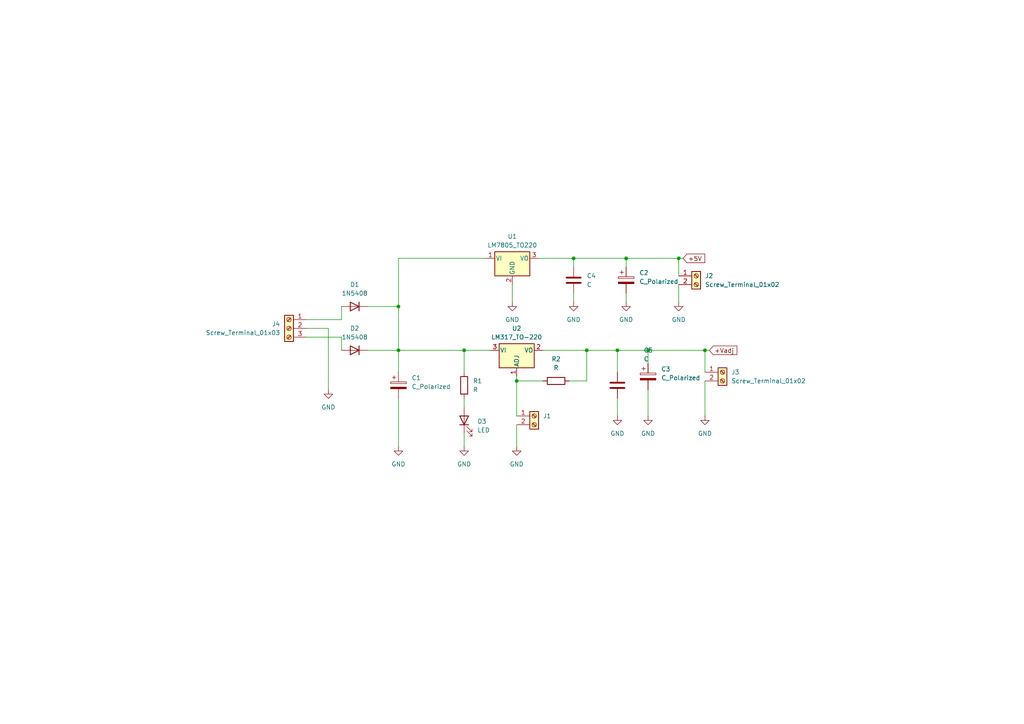
<source format=kicad_sch>
(kicad_sch (version 20231120) (generator "eeschema") (generator_version "8.0")
  (paper "A4")
  (lib_symbols
    (symbol "Connector:Screw_Terminal_01x02" (pin_names (offset 1.016) hide)
      (property "Reference" "J" (at 0 2.54 0))
      (property "Value" "Screw_Terminal_01x02" (at 0 -5.08 0))
      (symbol "Screw_Terminal_01x02_1_1"
        (rectangle (start -1.27 1.27) (end 1.27 -3.81) (stroke (width 0.254)) (fill (type background)))
        (circle (center 0 -2.54) (radius 0.635) (stroke (width 0.1524)))
        (polyline (pts (xy -0.5334 -2.2098) (xy 0.3302 -3.048)) (stroke (width 0.1524)))
        (polyline (pts (xy -0.5334 0.3302) (xy 0.3302 -0.508)) (stroke (width 0.1524)))
        (polyline (pts (xy -0.3556 -2.032) (xy 0.508 -2.8702)) (stroke (width 0.1524)))
        (polyline (pts (xy -0.3556 0.508) (xy 0.508 -0.3302)) (stroke (width 0.1524)))
        (circle (center 0 0) (radius 0.635) (stroke (width 0.1524)))
        (pin passive line (at -5.08 0 0) (length 3.81) (name "Pin_1") (number "1"))
        (pin passive line (at -5.08 -2.54 0) (length 3.81) (name "Pin_2") (number "2"))
      )
    )
    (symbol "Connector:Screw_Terminal_01x03" (pin_names (offset 1.016) hide)
      (property "Reference" "J" (at 0 5.08 0))
      (property "Value" "Screw_Terminal_01x03" (at 0 -5.08 0))
      (symbol "Screw_Terminal_01x03_1_1"
        (rectangle (start -1.27 3.81) (end 1.27 -3.81) (stroke (width 0.254)) (fill (type background)))
        (circle (center 0 -2.54) (radius 0.635) (stroke (width 0.1524)))
        (polyline (pts (xy -0.5334 -2.2098) (xy 0.3302 -3.048)) (stroke (width 0.1524)))
        (polyline (pts (xy -0.5334 0.3302) (xy 0.3302 -0.508)) (stroke (width 0.1524)))
        (polyline (pts (xy -0.5334 2.8702) (xy 0.3302 2.032)) (stroke (width 0.1524)))
        (polyline (pts (xy -0.3556 -2.032) (xy 0.508 -2.8702)) (stroke (width 0.1524)))
        (polyline (pts (xy -0.3556 0.508) (xy 0.508 -0.3302)) (stroke (width 0.1524)))
        (polyline (pts (xy -0.3556 3.048) (xy 0.508 2.2098)) (stroke (width 0.1524)))
        (circle (center 0 0) (radius 0.635) (stroke (width 0.1524)))
        (circle (center 0 2.54) (radius 0.635) (stroke (width 0.1524)))
        (pin passive line (at -5.08 2.54 0) (length 3.81) (name "Pin_1") (number "1"))
        (pin passive line (at -5.08 0 0) (length 3.81) (name "Pin_2") (number "2"))
        (pin passive line (at -5.08 -2.54 0) (length 3.81) (name "Pin_3") (number "3"))
      )
    )
    (symbol "Device:C" (pin_numbers hide) (pin_names (offset 0.254))
      (property "Reference" "C" (at 0.635 2.54 0))
      (property "Value" "C" (at 0.635 -2.54 0))
      (symbol "C_0_1"
        (polyline (pts (xy -2.032 -0.762) (xy 2.032 -0.762)) (stroke (width 0.508)))
        (polyline (pts (xy -2.032 0.762) (xy 2.032 0.762)) (stroke (width 0.508)))
      )
      (symbol "C_1_1"
        (pin passive line (at 0 3.81 270) (length 2.794) (name "~") (number "1"))
        (pin passive line (at 0 -3.81 90) (length 2.794) (name "~") (number "2"))
      )
    )
    (symbol "Device:C_Polarized" (pin_numbers hide) (pin_names (offset 0.254))
      (property "Reference" "C" (at 0.635 2.54 0))
      (property "Value" "C_Polarized" (at 0.635 -2.54 0))
      (symbol "C_Polarized_0_1"
        (rectangle (start -2.286 0.508) (end 2.286 1.016))
        (polyline (pts (xy -1.778 2.286) (xy -0.762 2.286)))
        (polyline (pts (xy -1.27 2.794) (xy -1.27 1.778)))
        (rectangle (start 2.286 -0.508) (end -2.286 -1.016) (fill (type outline)))
      )
      (symbol "C_Polarized_1_1"
        (pin passive line (at 0 3.81 270) (length 2.794) (name "~") (number "1"))
        (pin passive line (at 0 -3.81 90) (length 2.794) (name "~") (number "2"))
      )
    )
    (symbol "Device:LED" (pin_numbers hide) (pin_names (offset 1.016) hide)
      (property "Reference" "D" (at 0 2.54 0))
      (property "Value" "LED" (at 0 -2.54 0))
      (symbol "LED_0_1"
        (polyline (pts (xy -1.27 -1.27) (xy -1.27 1.27)) (stroke (width 0.254)))
        (polyline (pts (xy -1.27 0) (xy 1.27 0)))
        (polyline (pts (xy 1.27 -1.27) (xy 1.27 1.27) (xy -1.27 0) (xy 1.27 -1.27)) (stroke (width 0.254)))
        (polyline (pts (xy -3.048 -0.762) (xy -4.572 -2.286) (xy -3.81 -2.286) (xy -4.572 -2.286) (xy -4.572 -1.524)))
        (polyline (pts (xy -1.778 -0.762) (xy -3.302 -2.286) (xy -2.54 -2.286) (xy -3.302 -2.286) (xy -3.302 -1.524)))
      )
      (symbol "LED_1_1"
        (pin passive line (at -3.81 0 0) (length 2.54) (name "K") (number "1"))
        (pin passive line (at 3.81 0 180) (length 2.54) (name "A") (number "2"))
      )
    )
    (symbol "Device:R" (pin_numbers hide) (pin_names (offset 0))
      (property "Reference" "R" (at 2.032 0 90))
      (property "Value" "R" (at 0 0 90))
      (symbol "R_0_1"
        (rectangle (start -1.016 -2.54) (end 1.016 2.54) (stroke (width 0.254)))
      )
      (symbol "R_1_1"
        (pin passive line (at 0 3.81 270) (length 1.27) (name "~") (number "1"))
        (pin passive line (at 0 -3.81 90) (length 1.27) (name "~") (number "2"))
      )
    )
    (symbol "Diode:1N5408" (pin_numbers hide) (pin_names hide)
      (property "Reference" "D" (at 0 2.54 0))
      (property "Value" "1N5408" (at 0 -2.54 0))
      (symbol "1N5408_0_1"
        (polyline (pts (xy -1.27 1.27) (xy -1.27 -1.27)) (stroke (width 0.254)))
        (polyline (pts (xy 1.27 0) (xy -1.27 0)))
        (polyline (pts (xy 1.27 1.27) (xy 1.27 -1.27) (xy -1.27 0) (xy 1.27 1.27)) (stroke (width 0.254)))
      )
      (symbol "1N5408_1_1"
        (pin passive line (at -3.81 0 0) (length 2.54) (name "K") (number "1"))
        (pin passive line (at 3.81 0 180) (length 2.54) (name "A") (number "2"))
      )
    )
    (symbol "Regulator_Linear:LM317_TO-220" (pin_names (offset 0.254))
      (property "Reference" "U" (at -3.81 3.175 0))
      (property "Value" "LM317_TO-220" (at 0 3.175 0))
      (symbol "LM317_TO-220_0_1"
        (rectangle (start -5.08 1.905) (end 5.08 -5.08) (stroke (width 0.254)) (fill (type background)))
      )
      (symbol "LM317_TO-220_1_1"
        (pin input line (at 0 -7.62 90) (length 2.54) (name "ADJ") (number "1"))
        (pin power_out line (at 7.62 0 180) (length 2.54) (name "VO") (number "2"))
        (pin power_in line (at -7.62 0 0) (length 2.54) (name "VI") (number "3"))
      )
    )
    (symbol "Regulator_Linear:LM7805_TO220" (pin_names (offset 0.254))
      (property "Reference" "U" (at -3.81 3.175 0))
      (property "Value" "LM7805_TO220" (at 0 3.175 0))
      (symbol "LM7805_TO220_0_1"
        (rectangle (start -5.08 1.905) (end 5.08 -5.08) (stroke (width 0.254)) (fill (type background)))
      )
      (symbol "LM7805_TO220_1_1"
        (pin power_in line (at -7.62 0 0) (length 2.54) (name "VI") (number "1"))
        (pin power_in line (at 0 -7.62 90) (length 2.54) (name "GND") (number "2"))
        (pin power_out line (at 7.62 0 180) (length 2.54) (name "VO") (number "3"))
      )
    )
    (symbol "power:GND" (power) (pin_numbers hide) (pin_names (offset 0) hide)
      (property "Value" "GND" (at 0 -3.81 0))
      (symbol "GND_0_1"
        (polyline (pts (xy 0 0) (xy 0 -1.27) (xy 1.27 -1.27) (xy 0 -2.54) (xy -1.27 -1.27) (xy 0 -1.27)))
      )
      (symbol "GND_1_1"
        (pin power_in line (at 0 0 270) (length 0) (name "~") (number "1"))
      )
    )
  )
  (junction (at 181.61 74.93))
  (junction (at 115.57 88.9))
  (junction (at 187.96 101.6))
  (junction (at 134.62 101.6))
  (junction (at 204.47 101.6))
  (junction (at 170.18 101.6))
  (junction (at 166.37 74.93))
  (junction (at 115.57 101.6))
  (junction (at 149.86 110.49))
  (junction (at 196.85 74.93))
  (junction (at 179.07 101.6))
  (wire (pts (xy 115.57 74.93) (xy 140.97 74.93)))
  (wire (pts (xy 204.47 101.6) (xy 204.47 107.95)))
  (wire (pts (xy 134.62 101.6) (xy 142.24 101.6)))
  (wire (pts (xy 166.37 85.09) (xy 166.37 87.63)))
  (wire (pts (xy 149.86 109.22) (xy 149.86 110.49)))
  (wire (pts (xy 204.47 101.6) (xy 205.74 101.6)))
  (wire (pts (xy 115.57 88.9) (xy 115.57 101.6)))
  (wire (pts (xy 170.18 101.6) (xy 179.07 101.6)))
  (wire (pts (xy 165.1 110.49) (xy 170.18 110.49)))
  (wire (pts (xy 196.85 74.93) (xy 198.12 74.93)))
  (wire (pts (xy 134.62 101.6) (xy 134.62 107.95)))
  (wire (pts (xy 166.37 74.93) (xy 181.61 74.93)))
  (wire (pts (xy 134.62 115.57) (xy 134.62 118.11)))
  (wire (pts (xy 134.62 129.54) (xy 134.62 125.73)))
  (wire (pts (xy 166.37 74.93) (xy 166.37 77.47)))
  (wire (pts (xy 106.68 101.6) (xy 115.57 101.6)))
  (wire (pts (xy 149.86 110.49) (xy 157.48 110.49)))
  (wire (pts (xy 179.07 115.57) (xy 179.07 120.65)))
  (wire (pts (xy 181.61 77.47) (xy 181.61 74.93)))
  (wire (pts (xy 115.57 88.9) (xy 115.57 74.93)))
  (wire (pts (xy 181.61 85.09) (xy 181.61 87.63)))
  (wire (pts (xy 187.96 113.03) (xy 187.96 120.65)))
  (wire (pts (xy 115.57 129.54) (xy 115.57 115.57)))
  (wire (pts (xy 99.06 92.71) (xy 99.06 88.9)))
  (wire (pts (xy 179.07 107.95) (xy 179.07 101.6)))
  (wire (pts (xy 99.06 97.79) (xy 99.06 101.6)))
  (wire (pts (xy 106.68 88.9) (xy 115.57 88.9)))
  (wire (pts (xy 187.96 101.6) (xy 204.47 101.6)))
  (wire (pts (xy 156.21 74.93) (xy 166.37 74.93)))
  (wire (pts (xy 95.25 95.25) (xy 95.25 113.03)))
  (wire (pts (xy 204.47 110.49) (xy 204.47 120.65)))
  (wire (pts (xy 170.18 101.6) (xy 157.48 101.6)))
  (wire (pts (xy 196.85 74.93) (xy 196.85 80.01)))
  (wire (pts (xy 170.18 101.6) (xy 170.18 110.49)))
  (wire (pts (xy 196.85 82.55) (xy 196.85 87.63)))
  (wire (pts (xy 88.9 92.71) (xy 99.06 92.71)))
  (wire (pts (xy 149.86 123.19) (xy 149.86 129.54)))
  (wire (pts (xy 179.07 101.6) (xy 187.96 101.6)))
  (wire (pts (xy 148.59 87.63) (xy 148.59 82.55)))
  (wire (pts (xy 181.61 74.93) (xy 196.85 74.93)))
  (wire (pts (xy 88.9 97.79) (xy 99.06 97.79)))
  (wire (pts (xy 187.96 101.6) (xy 187.96 105.41)))
  (wire (pts (xy 115.57 101.6) (xy 134.62 101.6)))
  (wire (pts (xy 115.57 101.6) (xy 115.57 107.95)))
  (wire (pts (xy 88.9 95.25) (xy 95.25 95.25)))
  (wire (pts (xy 149.86 110.49) (xy 149.86 120.65)))
  (global_label "+Vadj" (shape input) (at 205.74 101.6 0) (property "Intersheetrefs" "${INTERSHEET_REFS}" (effects (hide yes))))
  (global_label "+5V" (shape input) (at 198.12 74.93 0) (property "Intersheetrefs" "${INTERSHEET_REFS}" (effects (hide yes))))
  (symbol (lib_id "power:GND") (at 95.25 113.03 0) (unit 1)
    (property "Reference" "#PWR011" (effects (hide yes)))
    (property "Value" "GND" (at 95.25 118.11 0))
    (property "Description" "Power symbol creates a global label with name \"GND\" , ground" (effects (hide yes)))
  )
  (symbol (lib_id "Device:R") (at 134.62 111.76 0) (unit 1)
    (property "Reference" "R1" (at 137.16 110.4899 0) (effects (justify left)))
    (property "Value" "R" (at 137.16 113.0299 0) (effects (justify left)))
    (property "Description" "Resistor" (effects (hide yes)))
  )
  (symbol (lib_id "Diode:1N5408") (at 102.87 101.6 180) (unit 1)
    (property "Reference" "D2" (at 102.87 95.25 0))
    (property "Value" "1N5408" (at 102.87 97.79 0))
    (property "Footprint" "Diode_THT:D_DO-201AD_P15.24mm_Horizontal" (effects (hide yes)))
    (property "Datasheet" "http://www.vishay.com/docs/88516/1n5400.pdf" (effects (hide yes)))
    (property "Description" "1000V 3A General Purpose Rectifier Diode, DO-201AD" (effects (hide yes)))
    (property "Sim.Device" "D" (effects (hide yes)))
    (property "Sim.Pins" "1=K 2=A" (effects (hide yes)))
  )
  (symbol (lib_id "Device:C") (at 179.07 111.76 0) (unit 1)
    (property "Reference" "C5" (at 186.69 101.5999 0) (effects (justify left)))
    (property "Value" "C" (at 186.69 104.1399 0) (effects (justify left)))
    (property "Description" "Unpolarized capacitor" (effects (hide yes)))
  )
  (symbol (lib_id "Connector:Screw_Terminal_01x02") (at 209.55 107.95 0) (unit 1)
    (property "Reference" "J3" (at 212.09 107.9499 0) (effects (justify left)))
    (property "Value" "Screw_Terminal_01x02" (at 212.09 110.4899 0) (effects (justify left)))
    (property "Description" "Generic screw terminal, single row, 01x02, script generated (kicad-library-utils/schlib/autogen/connector/)" (effects (hide yes)))
  )
  (symbol (lib_id "Regulator_Linear:LM317_TO-220") (at 149.86 101.6 0) (unit 1)
    (property "Reference" "U2" (at 149.86 95.25 0))
    (property "Value" "LM317_TO-220" (at 149.86 97.79 0))
    (property "Footprint" "Package_TO_SOT_THT:TO-220-3_Vertical" (effects (hide yes)))
    (property "Datasheet" "http://www.ti.com/lit/ds/symlink/lm317.pdf" (effects (hide yes)))
    (property "Description" "1.5A 35V Adjustable Linear Regulator, TO-220" (effects (hide yes)))
  )
  (symbol (lib_id "power:GND") (at 196.85 87.63 0) (unit 1)
    (property "Reference" "#PWR010" (effects (hide yes)))
    (property "Value" "GND" (at 196.85 92.71 0))
    (property "Description" "Power symbol creates a global label with name \"GND\" , ground" (effects (hide yes)))
  )
  (symbol (lib_id "power:GND") (at 149.86 129.54 0) (unit 1)
    (property "Reference" "#PWR01" (effects (hide yes)))
    (property "Value" "GND" (at 149.86 134.62 0))
    (property "Description" "Power symbol creates a global label with name \"GND\" , ground" (effects (hide yes)))
  )
  (symbol (lib_id "power:GND") (at 204.47 120.65 0) (unit 1)
    (property "Reference" "#PWR07" (effects (hide yes)))
    (property "Value" "GND" (at 204.47 125.73 0))
    (property "Description" "Power symbol creates a global label with name \"GND\" , ground" (effects (hide yes)))
  )
  (symbol (lib_id "power:GND") (at 134.62 129.54 0) (unit 1)
    (property "Reference" "#PWR04" (effects (hide yes)))
    (property "Value" "GND" (at 134.62 134.62 0))
    (property "Description" "Power symbol creates a global label with name \"GND\" , ground" (effects (hide yes)))
  )
  (symbol (lib_id "Device:C") (at 166.37 81.28 0) (unit 1)
    (property "Reference" "C4" (at 170.18 80.0099 0) (effects (justify left)))
    (property "Value" "C" (at 170.18 82.5499 0) (effects (justify left)))
    (property "Description" "Unpolarized capacitor" (effects (hide yes)))
  )
  (symbol (lib_id "Device:C_Polarized") (at 181.61 81.28 0) (unit 1)
    (property "Reference" "C2" (at 185.42 79.1209 0) (effects (justify left)))
    (property "Value" "C_Polarized" (at 185.42 81.6609 0) (effects (justify left)))
    (property "Description" "Polarized capacitor" (effects (hide yes)))
  )
  (symbol (lib_id "power:GND") (at 166.37 87.63 0) (unit 1)
    (property "Reference" "#PWR08" (effects (hide yes)))
    (property "Value" "GND" (at 166.37 92.71 0))
    (property "Description" "Power symbol creates a global label with name \"GND\" , ground" (effects (hide yes)))
  )
  (symbol (lib_id "Connector:Screw_Terminal_01x03") (at 83.82 95.25 0) (mirror y) (unit 1)
    (property "Reference" "J4" (at 81.28 93.9799 0) (effects (justify left)))
    (property "Value" "Screw_Terminal_01x03" (at 81.28 96.5199 0) (effects (justify left)))
    (property "Description" "Generic screw terminal, single row, 01x03, script generated (kicad-library-utils/schlib/autogen/connector/)" (effects (hide yes)))
  )
  (symbol (lib_id "Diode:1N5408") (at 102.87 88.9 180) (unit 1)
    (property "Reference" "D1" (at 102.87 82.55 0))
    (property "Value" "1N5408" (at 102.87 85.09 0))
    (property "Footprint" "Diode_THT:D_DO-201AD_P15.24mm_Horizontal" (effects (hide yes)))
    (property "Datasheet" "http://www.vishay.com/docs/88516/1n5400.pdf" (effects (hide yes)))
    (property "Description" "1000V 3A General Purpose Rectifier Diode, DO-201AD" (effects (hide yes)))
    (property "Sim.Device" "D" (effects (hide yes)))
    (property "Sim.Pins" "1=K 2=A" (effects (hide yes)))
  )
  (symbol (lib_id "Device:LED") (at 134.62 121.92 90) (unit 1)
    (property "Reference" "D3" (at 138.43 122.2374 90) (effects (justify right)))
    (property "Value" "LED" (at 138.43 124.7774 90) (effects (justify right)))
    (property "Description" "Light emitting diode" (effects (hide yes)))
  )
  (symbol (lib_id "power:GND") (at 115.57 129.54 0) (unit 1)
    (property "Reference" "#PWR05" (effects (hide yes)))
    (property "Value" "GND" (at 115.57 134.62 0))
    (property "Description" "Power symbol creates a global label with name \"GND\" , ground" (effects (hide yes)))
  )
  (symbol (lib_id "Regulator_Linear:LM7805_TO220") (at 148.59 74.93 0) (unit 1)
    (property "Reference" "U1" (at 148.59 68.58 0))
    (property "Value" "LM7805_TO220" (at 148.59 71.12 0))
    (property "Footprint" "Package_TO_SOT_THT:TO-220-3_Vertical" (effects (hide yes)))
    (property "Datasheet" "https://www.onsemi.cn/PowerSolutions/document/MC7800-D.PDF" (effects (hide yes)))
    (property "Description" "Positive 1A 35V Linear Regulator, Fixed Output 5V, TO-220" (effects (hide yes)))
  )
  (symbol (lib_id "Connector:Screw_Terminal_01x02") (at 201.93 80.01 0) (unit 1)
    (property "Reference" "J2" (at 204.47 80.0099 0) (effects (justify left)))
    (property "Value" "Screw_Terminal_01x02" (at 204.47 82.5499 0) (effects (justify left)))
    (property "Description" "Generic screw terminal, single row, 01x02, script generated (kicad-library-utils/schlib/autogen/connector/)" (effects (hide yes)))
  )
  (symbol (lib_id "Device:C_Polarized") (at 115.57 111.76 0) (unit 1)
    (property "Reference" "C1" (at 119.38 109.6009 0) (effects (justify left)))
    (property "Value" "C_Polarized" (at 119.38 112.1409 0) (effects (justify left)))
    (property "Description" "Polarized capacitor" (effects (hide yes)))
  )
  (symbol (lib_id "power:GND") (at 181.61 87.63 0) (unit 1)
    (property "Reference" "#PWR09" (effects (hide yes)))
    (property "Value" "GND" (at 181.61 92.71 0))
    (property "Description" "Power symbol creates a global label with name \"GND\" , ground" (effects (hide yes)))
  )
  (symbol (lib_id "Connector:Screw_Terminal_01x02") (at 154.94 120.65 0) (unit 1)
    (property "Reference" "J1" (at 157.48 120.6499 0) (effects (justify left)))
    (property "Value" "Screw_Terminal_01x02" (effects (hide yes)))
    (property "Description" "Generic screw terminal, single row, 01x02, script generated (kicad-library-utils/schlib/autogen/connector/)" (effects (hide yes)))
  )
  (symbol (lib_id "power:GND") (at 187.96 120.65 0) (unit 1)
    (property "Reference" "#PWR03" (effects (hide yes)))
    (property "Value" "GND" (at 187.96 125.73 0))
    (property "Description" "Power symbol creates a global label with name \"GND\" , ground" (effects (hide yes)))
  )
  (symbol (lib_id "power:GND") (at 179.07 120.65 0) (unit 1)
    (property "Reference" "#PWR02" (effects (hide yes)))
    (property "Value" "GND" (at 179.07 125.73 0))
    (property "Description" "Power symbol creates a global label with name \"GND\" , ground" (effects (hide yes)))
  )
  (symbol (lib_id "Device:R") (at 161.29 110.49 90) (unit 1)
    (property "Reference" "R2" (at 161.29 104.14 90))
    (property "Value" "R" (at 161.29 106.68 90))
    (property "Description" "Resistor" (effects (hide yes)))
  )
  (symbol (lib_id "Device:C_Polarized") (at 187.96 109.22 0) (unit 1)
    (property "Reference" "C3" (at 191.77 107.0609 0) (effects (justify left)))
    (property "Value" "C_Polarized" (at 191.77 109.6009 0) (effects (justify left)))
    (property "Description" "Polarized capacitor" (effects (hide yes)))
  )
  (symbol (lib_id "power:GND") (at 148.59 87.63 0) (unit 1)
    (property "Reference" "#PWR06" (effects (hide yes)))
    (property "Value" "GND" (at 148.59 92.71 0))
    (property "Description" "Power symbol creates a global label with name \"GND\" , ground" (effects (hide yes)))
  )
)
</source>
